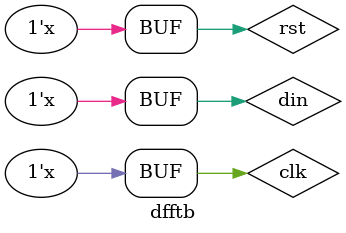
<source format=v>
module dflipflop(input din,clk,rst,output reg q,qbar);
   always@(posedge clk)
    begin
     if(rst==1'b1)
      begin
       q=1'b0;
       qbar=1'b1;
	  end
     else
      begin
      q=din;
      qbar=~din;
      end
   
    end    
 endmodule

module dfftb();
wire q,qbar;
reg clk,din,rst;
dflipflop d1(.clk(clk),.rst(rst),.din(din),.q(q),.qbar(qbar));
initial
  begin
   clk=1'b0;
   rst=1'b0;
   din=1'b0;

end
always#5 clk=~clk;
always#10 din=~din;
always#100 rst=~rst;


endmodule
</source>
